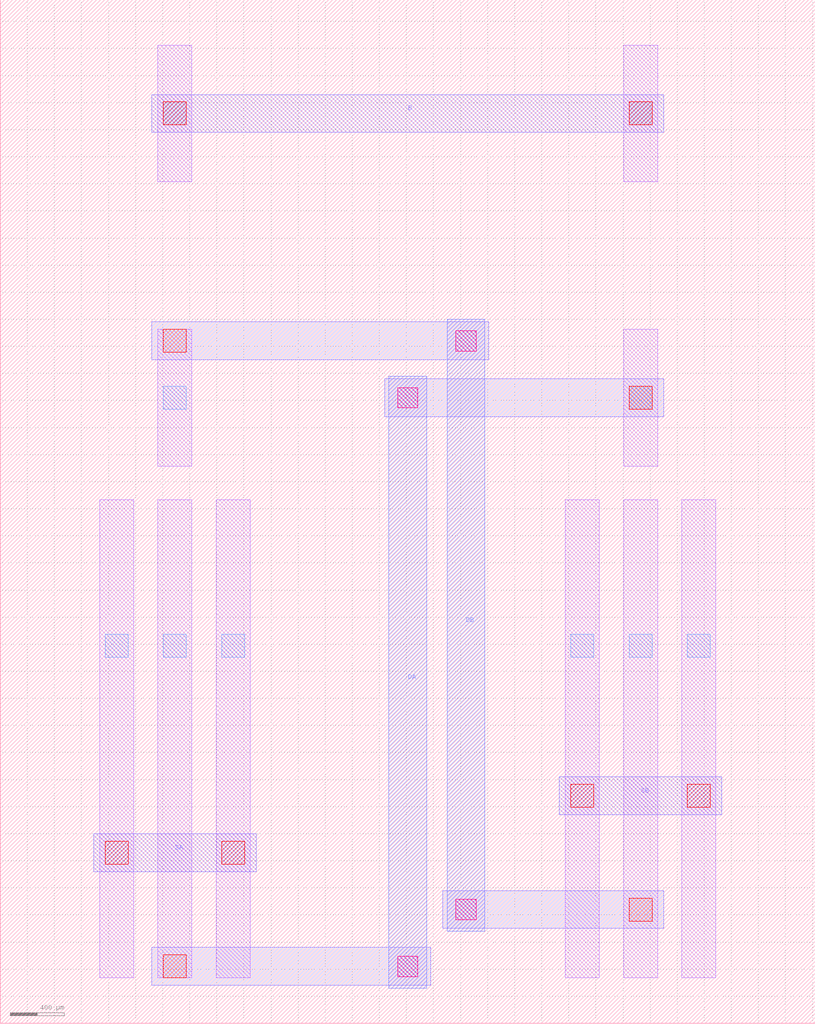
<source format=lef>
MACRO CCP_PMOS_58853955_X1_Y1
  UNITS 
    DATABASE MICRONS UNITS 1000;
  END UNITS 
  ORIGIN 0 0 ;
  FOREIGN CCP_PMOS_58853955_X1_Y1 0 0 ;
  SIZE 3440 BY 7560 ;
  PIN DA
    DIRECTION INOUT ;
    USE SIGNAL ;
    PORT
      LAYER M3 ;
        RECT 1150 260 1430 4780 ;
    END
  END DA
  PIN DB
    DIRECTION INOUT ;
    USE SIGNAL ;
    PORT
      LAYER M3 ;
        RECT 1580 680 1860 5200 ;
    END
  END DB
  PIN S
    DIRECTION INOUT ;
    USE SIGNAL ;
    PORT
      LAYER M3 ;
        RECT 2010 1100 2290 6880 ;
    END
  END S
  OBS
    LAYER M1 ;
      RECT 1165 335 1415 3865 ;
    LAYER M1 ;
      RECT 1165 4115 1415 5125 ;
    LAYER M1 ;
      RECT 1165 6215 1415 7225 ;
    LAYER M1 ;
      RECT 735 335 985 3865 ;
    LAYER M1 ;
      RECT 1595 335 1845 3865 ;
    LAYER M1 ;
      RECT 2025 335 2275 3865 ;
    LAYER M1 ;
      RECT 2025 4115 2275 5125 ;
    LAYER M1 ;
      RECT 2025 6215 2275 7225 ;
    LAYER M1 ;
      RECT 2455 335 2705 3865 ;
    LAYER M2 ;
      RECT 260 280 1460 560 ;
    LAYER M2 ;
      RECT 1120 4480 2320 4760 ;
    LAYER M2 ;
      RECT 1120 700 2320 980 ;
    LAYER M2 ;
      RECT 690 4900 1890 5180 ;
    LAYER M2 ;
      RECT 1120 6580 2320 6860 ;
    LAYER M2 ;
      RECT 690 1120 2750 1400 ;
    LAYER V1 ;
      RECT 1205 335 1375 505 ;
    LAYER V1 ;
      RECT 1205 4955 1375 5125 ;
    LAYER V1 ;
      RECT 1205 6635 1375 6805 ;
    LAYER V1 ;
      RECT 2065 755 2235 925 ;
    LAYER V1 ;
      RECT 2065 4535 2235 4705 ;
    LAYER V1 ;
      RECT 2065 6635 2235 6805 ;
    LAYER V1 ;
      RECT 775 1175 945 1345 ;
    LAYER V1 ;
      RECT 1635 1175 1805 1345 ;
    LAYER V1 ;
      RECT 2495 1175 2665 1345 ;
    LAYER V2 ;
      RECT 1215 345 1365 495 ;
    LAYER V2 ;
      RECT 1215 4545 1365 4695 ;
    LAYER V2 ;
      RECT 1645 765 1795 915 ;
    LAYER V2 ;
      RECT 1645 4965 1795 5115 ;
    LAYER V2 ;
      RECT 2075 1185 2225 1335 ;
    LAYER V2 ;
      RECT 2075 6645 2225 6795 ;
    LAYER V0 ;
      RECT 1205 2705 1375 2875 ;
    LAYER V0 ;
      RECT 1205 4535 1375 4705 ;
    LAYER V0 ;
      RECT 1205 6635 1375 6805 ;
    LAYER V0 ;
      RECT 775 2705 945 2875 ;
    LAYER V0 ;
      RECT 1635 2705 1805 2875 ;
    LAYER V0 ;
      RECT 1635 2705 1805 2875 ;
    LAYER V0 ;
      RECT 2065 2705 2235 2875 ;
    LAYER V0 ;
      RECT 2065 4535 2235 4705 ;
    LAYER V0 ;
      RECT 2065 6635 2235 6805 ;
    LAYER V0 ;
      RECT 2495 2705 2665 2875 ;
  END
END CCP_PMOS_58853955_X1_Y1
MACRO CMC_PMOS_23131506_X1_Y1
  UNITS 
    DATABASE MICRONS UNITS 1000;
  END UNITS 
  ORIGIN 0 0 ;
  FOREIGN CMC_PMOS_23131506_X1_Y1 0 0 ;
  SIZE 3440 BY 7560 ;
  PIN DA
    DIRECTION INOUT ;
    USE SIGNAL ;
    PORT
      LAYER M2 ;
        RECT 260 280 1460 560 ;
    END
  END DA
  PIN DB
    DIRECTION INOUT ;
    USE SIGNAL ;
    PORT
      LAYER M2 ;
        RECT 1120 700 2320 980 ;
    END
  END DB
  PIN G
    DIRECTION INOUT ;
    USE SIGNAL ;
    PORT
      LAYER M2 ;
        RECT 1120 4480 2320 4760 ;
    END
  END G
  PIN S
    DIRECTION INOUT ;
    USE SIGNAL ;
    PORT
      LAYER M3 ;
        RECT 2440 1100 2720 6880 ;
    END
  END S
  OBS
    LAYER M1 ;
      RECT 1165 335 1415 3865 ;
    LAYER M1 ;
      RECT 1165 4115 1415 5125 ;
    LAYER M1 ;
      RECT 1165 6215 1415 7225 ;
    LAYER M1 ;
      RECT 735 335 985 3865 ;
    LAYER M1 ;
      RECT 1595 335 1845 3865 ;
    LAYER M1 ;
      RECT 2025 335 2275 3865 ;
    LAYER M1 ;
      RECT 2025 4115 2275 5125 ;
    LAYER M1 ;
      RECT 2025 6215 2275 7225 ;
    LAYER M1 ;
      RECT 2455 335 2705 3865 ;
    LAYER M2 ;
      RECT 1120 6580 2750 6860 ;
    LAYER M2 ;
      RECT 690 1120 2750 1400 ;
    LAYER V1 ;
      RECT 1205 335 1375 505 ;
    LAYER V1 ;
      RECT 1205 4535 1375 4705 ;
    LAYER V1 ;
      RECT 1205 6635 1375 6805 ;
    LAYER V1 ;
      RECT 2065 755 2235 925 ;
    LAYER V1 ;
      RECT 2065 4535 2235 4705 ;
    LAYER V1 ;
      RECT 2065 6635 2235 6805 ;
    LAYER V1 ;
      RECT 775 1175 945 1345 ;
    LAYER V1 ;
      RECT 1635 1175 1805 1345 ;
    LAYER V1 ;
      RECT 2495 1175 2665 1345 ;
    LAYER V2 ;
      RECT 2505 1185 2655 1335 ;
    LAYER V2 ;
      RECT 2505 6645 2655 6795 ;
    LAYER V0 ;
      RECT 1205 2705 1375 2875 ;
    LAYER V0 ;
      RECT 1205 4535 1375 4705 ;
    LAYER V0 ;
      RECT 1205 6635 1375 6805 ;
    LAYER V0 ;
      RECT 775 2705 945 2875 ;
    LAYER V0 ;
      RECT 1635 2705 1805 2875 ;
    LAYER V0 ;
      RECT 1635 2705 1805 2875 ;
    LAYER V0 ;
      RECT 2065 2705 2235 2875 ;
    LAYER V0 ;
      RECT 2065 4535 2235 4705 ;
    LAYER V0 ;
      RECT 2065 6635 2235 6805 ;
    LAYER V0 ;
      RECT 2495 2705 2665 2875 ;
  END
END CMC_PMOS_23131506_X1_Y1
MACRO CCP_S_NMOS_B_5782581_X1_Y1
  UNITS 
    DATABASE MICRONS UNITS 1000;
  END UNITS 
  ORIGIN 0 0 ;
  FOREIGN CCP_S_NMOS_B_5782581_X1_Y1 0 0 ;
  SIZE 6020 BY 7560 ;
  PIN B
    DIRECTION INOUT ;
    USE SIGNAL ;
    PORT
      LAYER M2 ;
        RECT 1120 6580 4900 6860 ;
    END
  END B
  PIN DA
    DIRECTION INOUT ;
    USE SIGNAL ;
    PORT
      LAYER M3 ;
        RECT 2870 260 3150 4780 ;
    END
  END DA
  PIN DB
    DIRECTION INOUT ;
    USE SIGNAL ;
    PORT
      LAYER M3 ;
        RECT 3300 680 3580 5200 ;
    END
  END DB
  PIN SA
    DIRECTION INOUT ;
    USE SIGNAL ;
    PORT
      LAYER M2 ;
        RECT 690 1120 1890 1400 ;
    END
  END SA
  PIN SB
    DIRECTION INOUT ;
    USE SIGNAL ;
    PORT
      LAYER M2 ;
        RECT 4130 1540 5330 1820 ;
    END
  END SB
  OBS
    LAYER M1 ;
      RECT 1165 335 1415 3865 ;
    LAYER M1 ;
      RECT 1165 4115 1415 5125 ;
    LAYER M1 ;
      RECT 1165 6215 1415 7225 ;
    LAYER M1 ;
      RECT 735 335 985 3865 ;
    LAYER M1 ;
      RECT 1595 335 1845 3865 ;
    LAYER M1 ;
      RECT 4605 335 4855 3865 ;
    LAYER M1 ;
      RECT 4605 4115 4855 5125 ;
    LAYER M1 ;
      RECT 4605 6215 4855 7225 ;
    LAYER M1 ;
      RECT 4175 335 4425 3865 ;
    LAYER M1 ;
      RECT 5035 335 5285 3865 ;
    LAYER M2 ;
      RECT 1120 280 3180 560 ;
    LAYER M2 ;
      RECT 2840 4480 4900 4760 ;
    LAYER M2 ;
      RECT 3270 700 4900 980 ;
    LAYER M2 ;
      RECT 1120 4900 3610 5180 ;
    LAYER V1 ;
      RECT 1205 335 1375 505 ;
    LAYER V1 ;
      RECT 1205 4955 1375 5125 ;
    LAYER V1 ;
      RECT 1205 6635 1375 6805 ;
    LAYER V1 ;
      RECT 4645 755 4815 925 ;
    LAYER V1 ;
      RECT 4645 4535 4815 4705 ;
    LAYER V1 ;
      RECT 4645 6635 4815 6805 ;
    LAYER V1 ;
      RECT 775 1175 945 1345 ;
    LAYER V1 ;
      RECT 1635 1175 1805 1345 ;
    LAYER V1 ;
      RECT 4215 1595 4385 1765 ;
    LAYER V1 ;
      RECT 5075 1595 5245 1765 ;
    LAYER V2 ;
      RECT 2935 345 3085 495 ;
    LAYER V2 ;
      RECT 2935 4545 3085 4695 ;
    LAYER V2 ;
      RECT 3365 765 3515 915 ;
    LAYER V2 ;
      RECT 3365 4965 3515 5115 ;
    LAYER V0 ;
      RECT 1205 2705 1375 2875 ;
    LAYER V0 ;
      RECT 1205 4535 1375 4705 ;
    LAYER V0 ;
      RECT 1205 6635 1375 6805 ;
    LAYER V0 ;
      RECT 775 2705 945 2875 ;
    LAYER V0 ;
      RECT 1635 2705 1805 2875 ;
    LAYER V0 ;
      RECT 4645 2705 4815 2875 ;
    LAYER V0 ;
      RECT 4645 4535 4815 4705 ;
    LAYER V0 ;
      RECT 4645 6635 4815 6805 ;
    LAYER V0 ;
      RECT 4215 2705 4385 2875 ;
    LAYER V0 ;
      RECT 5075 2705 5245 2875 ;
  END
END CCP_S_NMOS_B_5782581_X1_Y1
MACRO DP_NMOS_B_93310865_X1_Y1
  UNITS 
    DATABASE MICRONS UNITS 1000;
  END UNITS 
  ORIGIN 0 0 ;
  FOREIGN DP_NMOS_B_93310865_X1_Y1 0 0 ;
  SIZE 3440 BY 7560 ;
  PIN B
    DIRECTION INOUT ;
    USE SIGNAL ;
    PORT
      LAYER M2 ;
        RECT 1120 6580 2320 6860 ;
    END
  END B
  PIN DA
    DIRECTION INOUT ;
    USE SIGNAL ;
    PORT
      LAYER M2 ;
        RECT 260 280 1460 560 ;
    END
  END DA
  PIN DB
    DIRECTION INOUT ;
    USE SIGNAL ;
    PORT
      LAYER M2 ;
        RECT 1120 700 2320 980 ;
    END
  END DB
  PIN GA
    DIRECTION INOUT ;
    USE SIGNAL ;
    PORT
      LAYER M2 ;
        RECT 260 4480 1460 4760 ;
    END
  END GA
  PIN GB
    DIRECTION INOUT ;
    USE SIGNAL ;
    PORT
      LAYER M2 ;
        RECT 1120 4900 2320 5180 ;
    END
  END GB
  PIN S
    DIRECTION INOUT ;
    USE SIGNAL ;
    PORT
      LAYER M2 ;
        RECT 690 1120 2750 1400 ;
    END
  END S
  OBS
    LAYER M1 ;
      RECT 1165 335 1415 3865 ;
    LAYER M1 ;
      RECT 1165 4115 1415 5125 ;
    LAYER M1 ;
      RECT 1165 6215 1415 7225 ;
    LAYER M1 ;
      RECT 735 335 985 3865 ;
    LAYER M1 ;
      RECT 1595 335 1845 3865 ;
    LAYER M1 ;
      RECT 2025 335 2275 3865 ;
    LAYER M1 ;
      RECT 2025 4115 2275 5125 ;
    LAYER M1 ;
      RECT 2025 6215 2275 7225 ;
    LAYER M1 ;
      RECT 2455 335 2705 3865 ;
    LAYER V1 ;
      RECT 1205 335 1375 505 ;
    LAYER V1 ;
      RECT 1205 4535 1375 4705 ;
    LAYER V1 ;
      RECT 1205 6635 1375 6805 ;
    LAYER V1 ;
      RECT 2065 755 2235 925 ;
    LAYER V1 ;
      RECT 2065 4955 2235 5125 ;
    LAYER V1 ;
      RECT 2065 6635 2235 6805 ;
    LAYER V1 ;
      RECT 775 1175 945 1345 ;
    LAYER V1 ;
      RECT 1635 1175 1805 1345 ;
    LAYER V1 ;
      RECT 2495 1175 2665 1345 ;
    LAYER V0 ;
      RECT 1205 2705 1375 2875 ;
    LAYER V0 ;
      RECT 1205 4535 1375 4705 ;
    LAYER V0 ;
      RECT 1205 6635 1375 6805 ;
    LAYER V0 ;
      RECT 775 2705 945 2875 ;
    LAYER V0 ;
      RECT 1635 2705 1805 2875 ;
    LAYER V0 ;
      RECT 1635 2705 1805 2875 ;
    LAYER V0 ;
      RECT 2065 2705 2235 2875 ;
    LAYER V0 ;
      RECT 2065 4535 2235 4705 ;
    LAYER V0 ;
      RECT 2065 6635 2235 6805 ;
    LAYER V0 ;
      RECT 2495 2705 2665 2875 ;
  END
END DP_NMOS_B_93310865_X1_Y1
MACRO NMOS_S_93862694_X1_Y1
  UNITS 
    DATABASE MICRONS UNITS 1000;
  END UNITS 
  ORIGIN 0 0 ;
  FOREIGN NMOS_S_93862694_X1_Y1 0 0 ;
  SIZE 2580 BY 7560 ;
  PIN D
    DIRECTION INOUT ;
    USE SIGNAL ;
    PORT
      LAYER M2 ;
        RECT 260 280 1460 560 ;
    END
  END D
  PIN G
    DIRECTION INOUT ;
    USE SIGNAL ;
    PORT
      LAYER M2 ;
        RECT 260 4480 1460 4760 ;
    END
  END G
  PIN S
    DIRECTION INOUT ;
    USE SIGNAL ;
    PORT
      LAYER M3 ;
        RECT 1580 680 1860 6880 ;
    END
  END S
  OBS
    LAYER M1 ;
      RECT 1165 335 1415 3865 ;
    LAYER M1 ;
      RECT 1165 4115 1415 5125 ;
    LAYER M1 ;
      RECT 1165 6215 1415 7225 ;
    LAYER M1 ;
      RECT 735 335 985 3865 ;
    LAYER M1 ;
      RECT 1595 335 1845 3865 ;
    LAYER M2 ;
      RECT 690 6580 1890 6860 ;
    LAYER M2 ;
      RECT 690 700 1890 980 ;
    LAYER V1 ;
      RECT 1205 335 1375 505 ;
    LAYER V1 ;
      RECT 1205 4535 1375 4705 ;
    LAYER V1 ;
      RECT 1205 6635 1375 6805 ;
    LAYER V1 ;
      RECT 775 755 945 925 ;
    LAYER V1 ;
      RECT 1635 755 1805 925 ;
    LAYER V2 ;
      RECT 1645 765 1795 915 ;
    LAYER V2 ;
      RECT 1645 6645 1795 6795 ;
    LAYER V0 ;
      RECT 1205 2495 1375 2665 ;
    LAYER V0 ;
      RECT 1205 2835 1375 3005 ;
    LAYER V0 ;
      RECT 1205 4535 1375 4705 ;
    LAYER V0 ;
      RECT 1205 6635 1375 6805 ;
    LAYER V0 ;
      RECT 775 2495 945 2665 ;
    LAYER V0 ;
      RECT 775 2835 945 3005 ;
    LAYER V0 ;
      RECT 1635 2495 1805 2665 ;
    LAYER V0 ;
      RECT 1635 2835 1805 3005 ;
  END
END NMOS_S_93862694_X1_Y1

</source>
